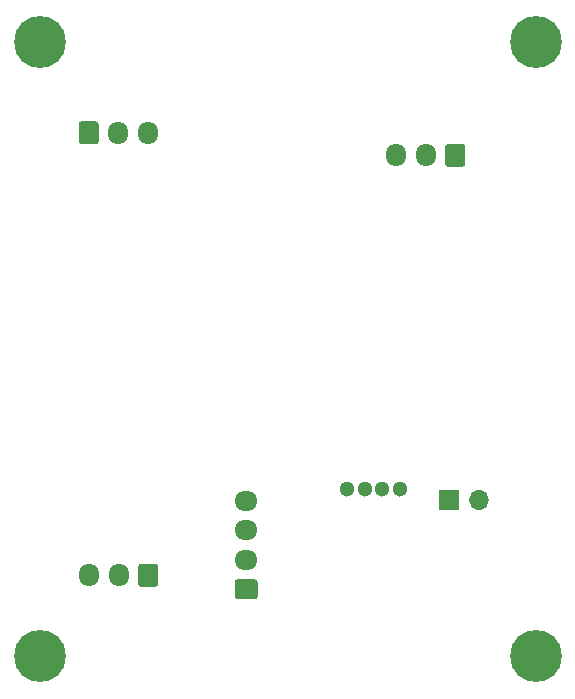
<source format=gbs>
G04 #@! TF.GenerationSoftware,KiCad,Pcbnew,(5.1.8)-1*
G04 #@! TF.CreationDate,2021-03-23T12:55:02+03:00*
G04 #@! TF.ProjectId,uart_key,75617274-5f6b-4657-992e-6b696361645f,rev?*
G04 #@! TF.SameCoordinates,Original*
G04 #@! TF.FileFunction,Soldermask,Bot*
G04 #@! TF.FilePolarity,Negative*
%FSLAX46Y46*%
G04 Gerber Fmt 4.6, Leading zero omitted, Abs format (unit mm)*
G04 Created by KiCad (PCBNEW (5.1.8)-1) date 2021-03-23 12:55:02*
%MOMM*%
%LPD*%
G01*
G04 APERTURE LIST*
%ADD10C,0.700000*%
%ADD11C,4.400000*%
%ADD12O,1.700000X1.700000*%
%ADD13R,1.700000X1.700000*%
%ADD14O,1.700000X1.950000*%
%ADD15C,1.300000*%
%ADD16O,1.950000X1.700000*%
G04 APERTURE END LIST*
D10*
X23166726Y-70833274D03*
X22000000Y-70350000D03*
X20833274Y-70833274D03*
X20350000Y-72000000D03*
X20833274Y-73166726D03*
X22000000Y-73650000D03*
X23166726Y-73166726D03*
X23650000Y-72000000D03*
D11*
X22000000Y-72000000D03*
D10*
X65166726Y-70833274D03*
X64000000Y-70350000D03*
X62833274Y-70833274D03*
X62350000Y-72000000D03*
X62833274Y-73166726D03*
X64000000Y-73650000D03*
X65166726Y-73166726D03*
X65650000Y-72000000D03*
D11*
X64000000Y-72000000D03*
D10*
X23166726Y-18833274D03*
X22000000Y-18350000D03*
X20833274Y-18833274D03*
X20350000Y-20000000D03*
X20833274Y-21166726D03*
X22000000Y-21650000D03*
X23166726Y-21166726D03*
X23650000Y-20000000D03*
D11*
X22000000Y-20000000D03*
D10*
X65166726Y-18833274D03*
X64000000Y-18350000D03*
X62833274Y-18833274D03*
X62350000Y-20000000D03*
X62833274Y-21166726D03*
X64000000Y-21650000D03*
X65166726Y-21166726D03*
X65650000Y-20000000D03*
D11*
X64000000Y-20000000D03*
D12*
X59170000Y-58790000D03*
D13*
X56630000Y-58790000D03*
D14*
X26190000Y-65140000D03*
X28690000Y-65140000D03*
G36*
G01*
X32040000Y-64415000D02*
X32040000Y-65865000D01*
G75*
G02*
X31790000Y-66115000I-250000J0D01*
G01*
X30590000Y-66115000D01*
G75*
G02*
X30340000Y-65865000I0J250000D01*
G01*
X30340000Y-64415000D01*
G75*
G02*
X30590000Y-64165000I250000J0D01*
G01*
X31790000Y-64165000D01*
G75*
G02*
X32040000Y-64415000I0J-250000D01*
G01*
G37*
D15*
X48010000Y-57822000D03*
X49510000Y-57822000D03*
X51010000Y-57822000D03*
X52510000Y-57822000D03*
D14*
X52185000Y-29580000D03*
X54685000Y-29580000D03*
G36*
G01*
X58035000Y-28855000D02*
X58035000Y-30305000D01*
G75*
G02*
X57785000Y-30555000I-250000J0D01*
G01*
X56585000Y-30555000D01*
G75*
G02*
X56335000Y-30305000I0J250000D01*
G01*
X56335000Y-28855000D01*
G75*
G02*
X56585000Y-28605000I250000J0D01*
G01*
X57785000Y-28605000D01*
G75*
G02*
X58035000Y-28855000I0J-250000D01*
G01*
G37*
X31150000Y-27675000D03*
X28650000Y-27675000D03*
G36*
G01*
X25300000Y-28400000D02*
X25300000Y-26950000D01*
G75*
G02*
X25550000Y-26700000I250000J0D01*
G01*
X26750000Y-26700000D01*
G75*
G02*
X27000000Y-26950000I0J-250000D01*
G01*
X27000000Y-28400000D01*
G75*
G02*
X26750000Y-28650000I-250000J0D01*
G01*
X25550000Y-28650000D01*
G75*
G02*
X25300000Y-28400000I0J250000D01*
G01*
G37*
D16*
X39485000Y-58830000D03*
X39485000Y-61330000D03*
X39485000Y-63830000D03*
G36*
G01*
X40210000Y-67180000D02*
X38760000Y-67180000D01*
G75*
G02*
X38510000Y-66930000I0J250000D01*
G01*
X38510000Y-65730000D01*
G75*
G02*
X38760000Y-65480000I250000J0D01*
G01*
X40210000Y-65480000D01*
G75*
G02*
X40460000Y-65730000I0J-250000D01*
G01*
X40460000Y-66930000D01*
G75*
G02*
X40210000Y-67180000I-250000J0D01*
G01*
G37*
M02*

</source>
